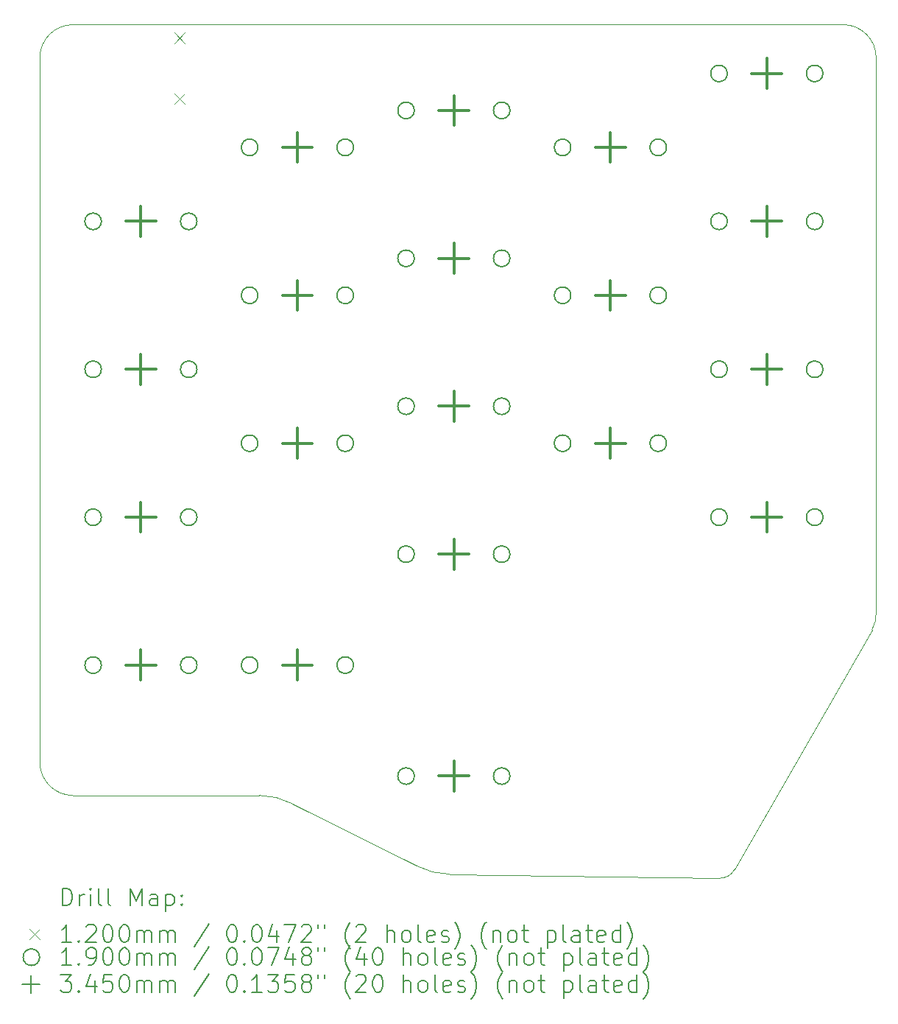
<source format=gbr>
%TF.GenerationSoftware,KiCad,Pcbnew,7.0.9-7.0.9~ubuntu22.04.1*%
%TF.CreationDate,2025-04-09T21:57:12+03:00*%
%TF.ProjectId,Keeb,4b656562-2e6b-4696-9361-645f70636258,rev?*%
%TF.SameCoordinates,Original*%
%TF.FileFunction,Drillmap*%
%TF.FilePolarity,Positive*%
%FSLAX45Y45*%
G04 Gerber Fmt 4.5, Leading zero omitted, Abs format (unit mm)*
G04 Created by KiCad (PCBNEW 7.0.9-7.0.9~ubuntu22.04.1) date 2025-04-09 21:57:12*
%MOMM*%
%LPD*%
G01*
G04 APERTURE LIST*
%ADD10C,0.050000*%
%ADD11C,0.200000*%
%ADD12C,0.120000*%
%ADD13C,0.190000*%
%ADD14C,0.345000*%
G04 APERTURE END LIST*
D10*
X13165124Y-12324546D02*
G75*
G03*
X12784125Y-12229294I-381004J-714374D01*
G01*
X10260000Y-3752044D02*
X10260000Y-11848294D01*
X19880250Y-10133794D02*
X19880250Y-3752044D01*
X13165125Y-12324544D02*
X14593875Y-13038919D01*
X10641000Y-3371044D02*
G75*
G03*
X10260000Y-3752044I0J-381000D01*
G01*
X18070500Y-13181796D02*
G75*
G03*
X18250944Y-13081516I8120J197876D01*
G01*
X14593876Y-13038918D02*
G75*
G03*
X14974875Y-13134169I381004J714378D01*
G01*
X19499250Y-3371044D02*
X10641000Y-3371044D01*
X19832623Y-10324293D02*
G75*
G03*
X19880250Y-10133794I-357183J190503D01*
G01*
X18250944Y-13081516D02*
X19832625Y-10324294D01*
X19880246Y-3752044D02*
G75*
G03*
X19499250Y-3371044I-380996J4D01*
G01*
X18070500Y-13181794D02*
X14974875Y-13134169D01*
X10259996Y-11848294D02*
G75*
G03*
X10641000Y-12229294I381004J4D01*
G01*
X12784125Y-12229294D02*
X10641000Y-12229294D01*
D11*
D12*
X11807500Y-3464294D02*
X11927500Y-3584294D01*
X11927500Y-3464294D02*
X11807500Y-3584294D01*
X11807500Y-4164294D02*
X11927500Y-4284294D01*
X11927500Y-4164294D02*
X11807500Y-4284294D01*
D13*
X10967500Y-5631794D02*
G75*
G03*
X10967500Y-5631794I-95000J0D01*
G01*
X10967500Y-7331794D02*
G75*
G03*
X10967500Y-7331794I-95000J0D01*
G01*
X10967500Y-9031794D02*
G75*
G03*
X10967500Y-9031794I-95000J0D01*
G01*
X10967500Y-10731794D02*
G75*
G03*
X10967500Y-10731794I-95000J0D01*
G01*
X12067500Y-5631794D02*
G75*
G03*
X12067500Y-5631794I-95000J0D01*
G01*
X12067500Y-7331794D02*
G75*
G03*
X12067500Y-7331794I-95000J0D01*
G01*
X12067500Y-9031794D02*
G75*
G03*
X12067500Y-9031794I-95000J0D01*
G01*
X12067500Y-10731794D02*
G75*
G03*
X12067500Y-10731794I-95000J0D01*
G01*
X12767500Y-4781794D02*
G75*
G03*
X12767500Y-4781794I-95000J0D01*
G01*
X12767500Y-6481794D02*
G75*
G03*
X12767500Y-6481794I-95000J0D01*
G01*
X12767500Y-8181794D02*
G75*
G03*
X12767500Y-8181794I-95000J0D01*
G01*
X12767500Y-10731794D02*
G75*
G03*
X12767500Y-10731794I-95000J0D01*
G01*
X13867500Y-4781794D02*
G75*
G03*
X13867500Y-4781794I-95000J0D01*
G01*
X13867500Y-6481794D02*
G75*
G03*
X13867500Y-6481794I-95000J0D01*
G01*
X13867500Y-8181794D02*
G75*
G03*
X13867500Y-8181794I-95000J0D01*
G01*
X13867500Y-10731794D02*
G75*
G03*
X13867500Y-10731794I-95000J0D01*
G01*
X14567500Y-4356794D02*
G75*
G03*
X14567500Y-4356794I-95000J0D01*
G01*
X14567500Y-6056794D02*
G75*
G03*
X14567500Y-6056794I-95000J0D01*
G01*
X14567500Y-7756794D02*
G75*
G03*
X14567500Y-7756794I-95000J0D01*
G01*
X14567500Y-9456794D02*
G75*
G03*
X14567500Y-9456794I-95000J0D01*
G01*
X14567500Y-12006794D02*
G75*
G03*
X14567500Y-12006794I-95000J0D01*
G01*
X15667500Y-4356794D02*
G75*
G03*
X15667500Y-4356794I-95000J0D01*
G01*
X15667500Y-6056794D02*
G75*
G03*
X15667500Y-6056794I-95000J0D01*
G01*
X15667500Y-7756794D02*
G75*
G03*
X15667500Y-7756794I-95000J0D01*
G01*
X15667500Y-9456794D02*
G75*
G03*
X15667500Y-9456794I-95000J0D01*
G01*
X15667500Y-12006794D02*
G75*
G03*
X15667500Y-12006794I-95000J0D01*
G01*
X16367500Y-4781794D02*
G75*
G03*
X16367500Y-4781794I-95000J0D01*
G01*
X16367500Y-6481794D02*
G75*
G03*
X16367500Y-6481794I-95000J0D01*
G01*
X16367500Y-8181794D02*
G75*
G03*
X16367500Y-8181794I-95000J0D01*
G01*
X17467500Y-4781794D02*
G75*
G03*
X17467500Y-4781794I-95000J0D01*
G01*
X17467500Y-6481794D02*
G75*
G03*
X17467500Y-6481794I-95000J0D01*
G01*
X17467500Y-8181794D02*
G75*
G03*
X17467500Y-8181794I-95000J0D01*
G01*
X18167500Y-3931794D02*
G75*
G03*
X18167500Y-3931794I-95000J0D01*
G01*
X18167500Y-5631794D02*
G75*
G03*
X18167500Y-5631794I-95000J0D01*
G01*
X18167500Y-7331794D02*
G75*
G03*
X18167500Y-7331794I-95000J0D01*
G01*
X18167500Y-9031794D02*
G75*
G03*
X18167500Y-9031794I-95000J0D01*
G01*
X19267500Y-3931794D02*
G75*
G03*
X19267500Y-3931794I-95000J0D01*
G01*
X19267500Y-5631794D02*
G75*
G03*
X19267500Y-5631794I-95000J0D01*
G01*
X19267500Y-7331794D02*
G75*
G03*
X19267500Y-7331794I-95000J0D01*
G01*
X19267500Y-9031794D02*
G75*
G03*
X19267500Y-9031794I-95000J0D01*
G01*
D14*
X11422500Y-5459294D02*
X11422500Y-5804294D01*
X11250000Y-5631794D02*
X11595000Y-5631794D01*
X11422500Y-7159294D02*
X11422500Y-7504294D01*
X11250000Y-7331794D02*
X11595000Y-7331794D01*
X11422500Y-8859294D02*
X11422500Y-9204294D01*
X11250000Y-9031794D02*
X11595000Y-9031794D01*
X11422500Y-10559294D02*
X11422500Y-10904294D01*
X11250000Y-10731794D02*
X11595000Y-10731794D01*
X13222500Y-4609294D02*
X13222500Y-4954294D01*
X13050000Y-4781794D02*
X13395000Y-4781794D01*
X13222500Y-6309294D02*
X13222500Y-6654294D01*
X13050000Y-6481794D02*
X13395000Y-6481794D01*
X13222500Y-8009294D02*
X13222500Y-8354294D01*
X13050000Y-8181794D02*
X13395000Y-8181794D01*
X13222500Y-10559294D02*
X13222500Y-10904294D01*
X13050000Y-10731794D02*
X13395000Y-10731794D01*
X15022500Y-4184294D02*
X15022500Y-4529294D01*
X14850000Y-4356794D02*
X15195000Y-4356794D01*
X15022500Y-5884294D02*
X15022500Y-6229294D01*
X14850000Y-6056794D02*
X15195000Y-6056794D01*
X15022500Y-7584294D02*
X15022500Y-7929294D01*
X14850000Y-7756794D02*
X15195000Y-7756794D01*
X15022500Y-9284294D02*
X15022500Y-9629294D01*
X14850000Y-9456794D02*
X15195000Y-9456794D01*
X15022500Y-11834294D02*
X15022500Y-12179294D01*
X14850000Y-12006794D02*
X15195000Y-12006794D01*
X16822500Y-4609294D02*
X16822500Y-4954294D01*
X16650000Y-4781794D02*
X16995000Y-4781794D01*
X16822500Y-6309294D02*
X16822500Y-6654294D01*
X16650000Y-6481794D02*
X16995000Y-6481794D01*
X16822500Y-8009294D02*
X16822500Y-8354294D01*
X16650000Y-8181794D02*
X16995000Y-8181794D01*
X18622500Y-3759294D02*
X18622500Y-4104294D01*
X18450000Y-3931794D02*
X18795000Y-3931794D01*
X18622500Y-5459294D02*
X18622500Y-5804294D01*
X18450000Y-5631794D02*
X18795000Y-5631794D01*
X18622500Y-7159294D02*
X18622500Y-7504294D01*
X18450000Y-7331794D02*
X18795000Y-7331794D01*
X18622500Y-8859294D02*
X18622500Y-9204294D01*
X18450000Y-9031794D02*
X18795000Y-9031794D01*
D11*
X10518277Y-13495946D02*
X10518277Y-13295946D01*
X10518277Y-13295946D02*
X10565896Y-13295946D01*
X10565896Y-13295946D02*
X10594467Y-13305470D01*
X10594467Y-13305470D02*
X10613515Y-13324517D01*
X10613515Y-13324517D02*
X10623039Y-13343565D01*
X10623039Y-13343565D02*
X10632563Y-13381660D01*
X10632563Y-13381660D02*
X10632563Y-13410232D01*
X10632563Y-13410232D02*
X10623039Y-13448327D01*
X10623039Y-13448327D02*
X10613515Y-13467374D01*
X10613515Y-13467374D02*
X10594467Y-13486422D01*
X10594467Y-13486422D02*
X10565896Y-13495946D01*
X10565896Y-13495946D02*
X10518277Y-13495946D01*
X10718277Y-13495946D02*
X10718277Y-13362613D01*
X10718277Y-13400708D02*
X10727801Y-13381660D01*
X10727801Y-13381660D02*
X10737324Y-13372136D01*
X10737324Y-13372136D02*
X10756372Y-13362613D01*
X10756372Y-13362613D02*
X10775420Y-13362613D01*
X10842086Y-13495946D02*
X10842086Y-13362613D01*
X10842086Y-13295946D02*
X10832563Y-13305470D01*
X10832563Y-13305470D02*
X10842086Y-13314994D01*
X10842086Y-13314994D02*
X10851610Y-13305470D01*
X10851610Y-13305470D02*
X10842086Y-13295946D01*
X10842086Y-13295946D02*
X10842086Y-13314994D01*
X10965896Y-13495946D02*
X10946848Y-13486422D01*
X10946848Y-13486422D02*
X10937324Y-13467374D01*
X10937324Y-13467374D02*
X10937324Y-13295946D01*
X11070658Y-13495946D02*
X11051610Y-13486422D01*
X11051610Y-13486422D02*
X11042086Y-13467374D01*
X11042086Y-13467374D02*
X11042086Y-13295946D01*
X11299229Y-13495946D02*
X11299229Y-13295946D01*
X11299229Y-13295946D02*
X11365896Y-13438803D01*
X11365896Y-13438803D02*
X11432562Y-13295946D01*
X11432562Y-13295946D02*
X11432562Y-13495946D01*
X11613515Y-13495946D02*
X11613515Y-13391184D01*
X11613515Y-13391184D02*
X11603991Y-13372136D01*
X11603991Y-13372136D02*
X11584943Y-13362613D01*
X11584943Y-13362613D02*
X11546848Y-13362613D01*
X11546848Y-13362613D02*
X11527801Y-13372136D01*
X11613515Y-13486422D02*
X11594467Y-13495946D01*
X11594467Y-13495946D02*
X11546848Y-13495946D01*
X11546848Y-13495946D02*
X11527801Y-13486422D01*
X11527801Y-13486422D02*
X11518277Y-13467374D01*
X11518277Y-13467374D02*
X11518277Y-13448327D01*
X11518277Y-13448327D02*
X11527801Y-13429279D01*
X11527801Y-13429279D02*
X11546848Y-13419755D01*
X11546848Y-13419755D02*
X11594467Y-13419755D01*
X11594467Y-13419755D02*
X11613515Y-13410232D01*
X11708753Y-13362613D02*
X11708753Y-13562613D01*
X11708753Y-13372136D02*
X11727801Y-13362613D01*
X11727801Y-13362613D02*
X11765896Y-13362613D01*
X11765896Y-13362613D02*
X11784943Y-13372136D01*
X11784943Y-13372136D02*
X11794467Y-13381660D01*
X11794467Y-13381660D02*
X11803991Y-13400708D01*
X11803991Y-13400708D02*
X11803991Y-13457851D01*
X11803991Y-13457851D02*
X11794467Y-13476898D01*
X11794467Y-13476898D02*
X11784943Y-13486422D01*
X11784943Y-13486422D02*
X11765896Y-13495946D01*
X11765896Y-13495946D02*
X11727801Y-13495946D01*
X11727801Y-13495946D02*
X11708753Y-13486422D01*
X11889705Y-13476898D02*
X11899229Y-13486422D01*
X11899229Y-13486422D02*
X11889705Y-13495946D01*
X11889705Y-13495946D02*
X11880182Y-13486422D01*
X11880182Y-13486422D02*
X11889705Y-13476898D01*
X11889705Y-13476898D02*
X11889705Y-13495946D01*
X11889705Y-13372136D02*
X11899229Y-13381660D01*
X11899229Y-13381660D02*
X11889705Y-13391184D01*
X11889705Y-13391184D02*
X11880182Y-13381660D01*
X11880182Y-13381660D02*
X11889705Y-13372136D01*
X11889705Y-13372136D02*
X11889705Y-13391184D01*
D12*
X10137500Y-13764462D02*
X10257500Y-13884462D01*
X10257500Y-13764462D02*
X10137500Y-13884462D01*
D11*
X10623039Y-13915946D02*
X10508753Y-13915946D01*
X10565896Y-13915946D02*
X10565896Y-13715946D01*
X10565896Y-13715946D02*
X10546848Y-13744517D01*
X10546848Y-13744517D02*
X10527801Y-13763565D01*
X10527801Y-13763565D02*
X10508753Y-13773089D01*
X10708753Y-13896898D02*
X10718277Y-13906422D01*
X10718277Y-13906422D02*
X10708753Y-13915946D01*
X10708753Y-13915946D02*
X10699229Y-13906422D01*
X10699229Y-13906422D02*
X10708753Y-13896898D01*
X10708753Y-13896898D02*
X10708753Y-13915946D01*
X10794467Y-13734994D02*
X10803991Y-13725470D01*
X10803991Y-13725470D02*
X10823039Y-13715946D01*
X10823039Y-13715946D02*
X10870658Y-13715946D01*
X10870658Y-13715946D02*
X10889705Y-13725470D01*
X10889705Y-13725470D02*
X10899229Y-13734994D01*
X10899229Y-13734994D02*
X10908753Y-13754041D01*
X10908753Y-13754041D02*
X10908753Y-13773089D01*
X10908753Y-13773089D02*
X10899229Y-13801660D01*
X10899229Y-13801660D02*
X10784944Y-13915946D01*
X10784944Y-13915946D02*
X10908753Y-13915946D01*
X11032563Y-13715946D02*
X11051610Y-13715946D01*
X11051610Y-13715946D02*
X11070658Y-13725470D01*
X11070658Y-13725470D02*
X11080182Y-13734994D01*
X11080182Y-13734994D02*
X11089705Y-13754041D01*
X11089705Y-13754041D02*
X11099229Y-13792136D01*
X11099229Y-13792136D02*
X11099229Y-13839755D01*
X11099229Y-13839755D02*
X11089705Y-13877851D01*
X11089705Y-13877851D02*
X11080182Y-13896898D01*
X11080182Y-13896898D02*
X11070658Y-13906422D01*
X11070658Y-13906422D02*
X11051610Y-13915946D01*
X11051610Y-13915946D02*
X11032563Y-13915946D01*
X11032563Y-13915946D02*
X11013515Y-13906422D01*
X11013515Y-13906422D02*
X11003991Y-13896898D01*
X11003991Y-13896898D02*
X10994467Y-13877851D01*
X10994467Y-13877851D02*
X10984944Y-13839755D01*
X10984944Y-13839755D02*
X10984944Y-13792136D01*
X10984944Y-13792136D02*
X10994467Y-13754041D01*
X10994467Y-13754041D02*
X11003991Y-13734994D01*
X11003991Y-13734994D02*
X11013515Y-13725470D01*
X11013515Y-13725470D02*
X11032563Y-13715946D01*
X11223039Y-13715946D02*
X11242086Y-13715946D01*
X11242086Y-13715946D02*
X11261134Y-13725470D01*
X11261134Y-13725470D02*
X11270658Y-13734994D01*
X11270658Y-13734994D02*
X11280182Y-13754041D01*
X11280182Y-13754041D02*
X11289705Y-13792136D01*
X11289705Y-13792136D02*
X11289705Y-13839755D01*
X11289705Y-13839755D02*
X11280182Y-13877851D01*
X11280182Y-13877851D02*
X11270658Y-13896898D01*
X11270658Y-13896898D02*
X11261134Y-13906422D01*
X11261134Y-13906422D02*
X11242086Y-13915946D01*
X11242086Y-13915946D02*
X11223039Y-13915946D01*
X11223039Y-13915946D02*
X11203991Y-13906422D01*
X11203991Y-13906422D02*
X11194467Y-13896898D01*
X11194467Y-13896898D02*
X11184943Y-13877851D01*
X11184943Y-13877851D02*
X11175420Y-13839755D01*
X11175420Y-13839755D02*
X11175420Y-13792136D01*
X11175420Y-13792136D02*
X11184943Y-13754041D01*
X11184943Y-13754041D02*
X11194467Y-13734994D01*
X11194467Y-13734994D02*
X11203991Y-13725470D01*
X11203991Y-13725470D02*
X11223039Y-13715946D01*
X11375420Y-13915946D02*
X11375420Y-13782613D01*
X11375420Y-13801660D02*
X11384943Y-13792136D01*
X11384943Y-13792136D02*
X11403991Y-13782613D01*
X11403991Y-13782613D02*
X11432563Y-13782613D01*
X11432563Y-13782613D02*
X11451610Y-13792136D01*
X11451610Y-13792136D02*
X11461134Y-13811184D01*
X11461134Y-13811184D02*
X11461134Y-13915946D01*
X11461134Y-13811184D02*
X11470658Y-13792136D01*
X11470658Y-13792136D02*
X11489705Y-13782613D01*
X11489705Y-13782613D02*
X11518277Y-13782613D01*
X11518277Y-13782613D02*
X11537324Y-13792136D01*
X11537324Y-13792136D02*
X11546848Y-13811184D01*
X11546848Y-13811184D02*
X11546848Y-13915946D01*
X11642086Y-13915946D02*
X11642086Y-13782613D01*
X11642086Y-13801660D02*
X11651610Y-13792136D01*
X11651610Y-13792136D02*
X11670658Y-13782613D01*
X11670658Y-13782613D02*
X11699229Y-13782613D01*
X11699229Y-13782613D02*
X11718277Y-13792136D01*
X11718277Y-13792136D02*
X11727801Y-13811184D01*
X11727801Y-13811184D02*
X11727801Y-13915946D01*
X11727801Y-13811184D02*
X11737324Y-13792136D01*
X11737324Y-13792136D02*
X11756372Y-13782613D01*
X11756372Y-13782613D02*
X11784943Y-13782613D01*
X11784943Y-13782613D02*
X11803991Y-13792136D01*
X11803991Y-13792136D02*
X11813515Y-13811184D01*
X11813515Y-13811184D02*
X11813515Y-13915946D01*
X12203991Y-13706422D02*
X12032563Y-13963565D01*
X12461134Y-13715946D02*
X12480182Y-13715946D01*
X12480182Y-13715946D02*
X12499229Y-13725470D01*
X12499229Y-13725470D02*
X12508753Y-13734994D01*
X12508753Y-13734994D02*
X12518277Y-13754041D01*
X12518277Y-13754041D02*
X12527801Y-13792136D01*
X12527801Y-13792136D02*
X12527801Y-13839755D01*
X12527801Y-13839755D02*
X12518277Y-13877851D01*
X12518277Y-13877851D02*
X12508753Y-13896898D01*
X12508753Y-13896898D02*
X12499229Y-13906422D01*
X12499229Y-13906422D02*
X12480182Y-13915946D01*
X12480182Y-13915946D02*
X12461134Y-13915946D01*
X12461134Y-13915946D02*
X12442086Y-13906422D01*
X12442086Y-13906422D02*
X12432563Y-13896898D01*
X12432563Y-13896898D02*
X12423039Y-13877851D01*
X12423039Y-13877851D02*
X12413515Y-13839755D01*
X12413515Y-13839755D02*
X12413515Y-13792136D01*
X12413515Y-13792136D02*
X12423039Y-13754041D01*
X12423039Y-13754041D02*
X12432563Y-13734994D01*
X12432563Y-13734994D02*
X12442086Y-13725470D01*
X12442086Y-13725470D02*
X12461134Y-13715946D01*
X12613515Y-13896898D02*
X12623039Y-13906422D01*
X12623039Y-13906422D02*
X12613515Y-13915946D01*
X12613515Y-13915946D02*
X12603991Y-13906422D01*
X12603991Y-13906422D02*
X12613515Y-13896898D01*
X12613515Y-13896898D02*
X12613515Y-13915946D01*
X12746848Y-13715946D02*
X12765896Y-13715946D01*
X12765896Y-13715946D02*
X12784944Y-13725470D01*
X12784944Y-13725470D02*
X12794467Y-13734994D01*
X12794467Y-13734994D02*
X12803991Y-13754041D01*
X12803991Y-13754041D02*
X12813515Y-13792136D01*
X12813515Y-13792136D02*
X12813515Y-13839755D01*
X12813515Y-13839755D02*
X12803991Y-13877851D01*
X12803991Y-13877851D02*
X12794467Y-13896898D01*
X12794467Y-13896898D02*
X12784944Y-13906422D01*
X12784944Y-13906422D02*
X12765896Y-13915946D01*
X12765896Y-13915946D02*
X12746848Y-13915946D01*
X12746848Y-13915946D02*
X12727801Y-13906422D01*
X12727801Y-13906422D02*
X12718277Y-13896898D01*
X12718277Y-13896898D02*
X12708753Y-13877851D01*
X12708753Y-13877851D02*
X12699229Y-13839755D01*
X12699229Y-13839755D02*
X12699229Y-13792136D01*
X12699229Y-13792136D02*
X12708753Y-13754041D01*
X12708753Y-13754041D02*
X12718277Y-13734994D01*
X12718277Y-13734994D02*
X12727801Y-13725470D01*
X12727801Y-13725470D02*
X12746848Y-13715946D01*
X12984944Y-13782613D02*
X12984944Y-13915946D01*
X12937325Y-13706422D02*
X12889706Y-13849279D01*
X12889706Y-13849279D02*
X13013515Y-13849279D01*
X13070658Y-13715946D02*
X13203991Y-13715946D01*
X13203991Y-13715946D02*
X13118277Y-13915946D01*
X13270658Y-13734994D02*
X13280182Y-13725470D01*
X13280182Y-13725470D02*
X13299229Y-13715946D01*
X13299229Y-13715946D02*
X13346848Y-13715946D01*
X13346848Y-13715946D02*
X13365896Y-13725470D01*
X13365896Y-13725470D02*
X13375420Y-13734994D01*
X13375420Y-13734994D02*
X13384944Y-13754041D01*
X13384944Y-13754041D02*
X13384944Y-13773089D01*
X13384944Y-13773089D02*
X13375420Y-13801660D01*
X13375420Y-13801660D02*
X13261134Y-13915946D01*
X13261134Y-13915946D02*
X13384944Y-13915946D01*
X13461134Y-13715946D02*
X13461134Y-13754041D01*
X13537325Y-13715946D02*
X13537325Y-13754041D01*
X13832563Y-13992136D02*
X13823039Y-13982613D01*
X13823039Y-13982613D02*
X13803991Y-13954041D01*
X13803991Y-13954041D02*
X13794468Y-13934994D01*
X13794468Y-13934994D02*
X13784944Y-13906422D01*
X13784944Y-13906422D02*
X13775420Y-13858803D01*
X13775420Y-13858803D02*
X13775420Y-13820708D01*
X13775420Y-13820708D02*
X13784944Y-13773089D01*
X13784944Y-13773089D02*
X13794468Y-13744517D01*
X13794468Y-13744517D02*
X13803991Y-13725470D01*
X13803991Y-13725470D02*
X13823039Y-13696898D01*
X13823039Y-13696898D02*
X13832563Y-13687374D01*
X13899229Y-13734994D02*
X13908753Y-13725470D01*
X13908753Y-13725470D02*
X13927801Y-13715946D01*
X13927801Y-13715946D02*
X13975420Y-13715946D01*
X13975420Y-13715946D02*
X13994468Y-13725470D01*
X13994468Y-13725470D02*
X14003991Y-13734994D01*
X14003991Y-13734994D02*
X14013515Y-13754041D01*
X14013515Y-13754041D02*
X14013515Y-13773089D01*
X14013515Y-13773089D02*
X14003991Y-13801660D01*
X14003991Y-13801660D02*
X13889706Y-13915946D01*
X13889706Y-13915946D02*
X14013515Y-13915946D01*
X14251610Y-13915946D02*
X14251610Y-13715946D01*
X14337325Y-13915946D02*
X14337325Y-13811184D01*
X14337325Y-13811184D02*
X14327801Y-13792136D01*
X14327801Y-13792136D02*
X14308753Y-13782613D01*
X14308753Y-13782613D02*
X14280182Y-13782613D01*
X14280182Y-13782613D02*
X14261134Y-13792136D01*
X14261134Y-13792136D02*
X14251610Y-13801660D01*
X14461134Y-13915946D02*
X14442087Y-13906422D01*
X14442087Y-13906422D02*
X14432563Y-13896898D01*
X14432563Y-13896898D02*
X14423039Y-13877851D01*
X14423039Y-13877851D02*
X14423039Y-13820708D01*
X14423039Y-13820708D02*
X14432563Y-13801660D01*
X14432563Y-13801660D02*
X14442087Y-13792136D01*
X14442087Y-13792136D02*
X14461134Y-13782613D01*
X14461134Y-13782613D02*
X14489706Y-13782613D01*
X14489706Y-13782613D02*
X14508753Y-13792136D01*
X14508753Y-13792136D02*
X14518277Y-13801660D01*
X14518277Y-13801660D02*
X14527801Y-13820708D01*
X14527801Y-13820708D02*
X14527801Y-13877851D01*
X14527801Y-13877851D02*
X14518277Y-13896898D01*
X14518277Y-13896898D02*
X14508753Y-13906422D01*
X14508753Y-13906422D02*
X14489706Y-13915946D01*
X14489706Y-13915946D02*
X14461134Y-13915946D01*
X14642087Y-13915946D02*
X14623039Y-13906422D01*
X14623039Y-13906422D02*
X14613515Y-13887374D01*
X14613515Y-13887374D02*
X14613515Y-13715946D01*
X14794468Y-13906422D02*
X14775420Y-13915946D01*
X14775420Y-13915946D02*
X14737325Y-13915946D01*
X14737325Y-13915946D02*
X14718277Y-13906422D01*
X14718277Y-13906422D02*
X14708753Y-13887374D01*
X14708753Y-13887374D02*
X14708753Y-13811184D01*
X14708753Y-13811184D02*
X14718277Y-13792136D01*
X14718277Y-13792136D02*
X14737325Y-13782613D01*
X14737325Y-13782613D02*
X14775420Y-13782613D01*
X14775420Y-13782613D02*
X14794468Y-13792136D01*
X14794468Y-13792136D02*
X14803991Y-13811184D01*
X14803991Y-13811184D02*
X14803991Y-13830232D01*
X14803991Y-13830232D02*
X14708753Y-13849279D01*
X14880182Y-13906422D02*
X14899230Y-13915946D01*
X14899230Y-13915946D02*
X14937325Y-13915946D01*
X14937325Y-13915946D02*
X14956372Y-13906422D01*
X14956372Y-13906422D02*
X14965896Y-13887374D01*
X14965896Y-13887374D02*
X14965896Y-13877851D01*
X14965896Y-13877851D02*
X14956372Y-13858803D01*
X14956372Y-13858803D02*
X14937325Y-13849279D01*
X14937325Y-13849279D02*
X14908753Y-13849279D01*
X14908753Y-13849279D02*
X14889706Y-13839755D01*
X14889706Y-13839755D02*
X14880182Y-13820708D01*
X14880182Y-13820708D02*
X14880182Y-13811184D01*
X14880182Y-13811184D02*
X14889706Y-13792136D01*
X14889706Y-13792136D02*
X14908753Y-13782613D01*
X14908753Y-13782613D02*
X14937325Y-13782613D01*
X14937325Y-13782613D02*
X14956372Y-13792136D01*
X15032563Y-13992136D02*
X15042087Y-13982613D01*
X15042087Y-13982613D02*
X15061134Y-13954041D01*
X15061134Y-13954041D02*
X15070658Y-13934994D01*
X15070658Y-13934994D02*
X15080182Y-13906422D01*
X15080182Y-13906422D02*
X15089706Y-13858803D01*
X15089706Y-13858803D02*
X15089706Y-13820708D01*
X15089706Y-13820708D02*
X15080182Y-13773089D01*
X15080182Y-13773089D02*
X15070658Y-13744517D01*
X15070658Y-13744517D02*
X15061134Y-13725470D01*
X15061134Y-13725470D02*
X15042087Y-13696898D01*
X15042087Y-13696898D02*
X15032563Y-13687374D01*
X15394468Y-13992136D02*
X15384944Y-13982613D01*
X15384944Y-13982613D02*
X15365896Y-13954041D01*
X15365896Y-13954041D02*
X15356372Y-13934994D01*
X15356372Y-13934994D02*
X15346849Y-13906422D01*
X15346849Y-13906422D02*
X15337325Y-13858803D01*
X15337325Y-13858803D02*
X15337325Y-13820708D01*
X15337325Y-13820708D02*
X15346849Y-13773089D01*
X15346849Y-13773089D02*
X15356372Y-13744517D01*
X15356372Y-13744517D02*
X15365896Y-13725470D01*
X15365896Y-13725470D02*
X15384944Y-13696898D01*
X15384944Y-13696898D02*
X15394468Y-13687374D01*
X15470658Y-13782613D02*
X15470658Y-13915946D01*
X15470658Y-13801660D02*
X15480182Y-13792136D01*
X15480182Y-13792136D02*
X15499230Y-13782613D01*
X15499230Y-13782613D02*
X15527801Y-13782613D01*
X15527801Y-13782613D02*
X15546849Y-13792136D01*
X15546849Y-13792136D02*
X15556372Y-13811184D01*
X15556372Y-13811184D02*
X15556372Y-13915946D01*
X15680182Y-13915946D02*
X15661134Y-13906422D01*
X15661134Y-13906422D02*
X15651611Y-13896898D01*
X15651611Y-13896898D02*
X15642087Y-13877851D01*
X15642087Y-13877851D02*
X15642087Y-13820708D01*
X15642087Y-13820708D02*
X15651611Y-13801660D01*
X15651611Y-13801660D02*
X15661134Y-13792136D01*
X15661134Y-13792136D02*
X15680182Y-13782613D01*
X15680182Y-13782613D02*
X15708753Y-13782613D01*
X15708753Y-13782613D02*
X15727801Y-13792136D01*
X15727801Y-13792136D02*
X15737325Y-13801660D01*
X15737325Y-13801660D02*
X15746849Y-13820708D01*
X15746849Y-13820708D02*
X15746849Y-13877851D01*
X15746849Y-13877851D02*
X15737325Y-13896898D01*
X15737325Y-13896898D02*
X15727801Y-13906422D01*
X15727801Y-13906422D02*
X15708753Y-13915946D01*
X15708753Y-13915946D02*
X15680182Y-13915946D01*
X15803992Y-13782613D02*
X15880182Y-13782613D01*
X15832563Y-13715946D02*
X15832563Y-13887374D01*
X15832563Y-13887374D02*
X15842087Y-13906422D01*
X15842087Y-13906422D02*
X15861134Y-13915946D01*
X15861134Y-13915946D02*
X15880182Y-13915946D01*
X16099230Y-13782613D02*
X16099230Y-13982613D01*
X16099230Y-13792136D02*
X16118277Y-13782613D01*
X16118277Y-13782613D02*
X16156373Y-13782613D01*
X16156373Y-13782613D02*
X16175420Y-13792136D01*
X16175420Y-13792136D02*
X16184944Y-13801660D01*
X16184944Y-13801660D02*
X16194468Y-13820708D01*
X16194468Y-13820708D02*
X16194468Y-13877851D01*
X16194468Y-13877851D02*
X16184944Y-13896898D01*
X16184944Y-13896898D02*
X16175420Y-13906422D01*
X16175420Y-13906422D02*
X16156373Y-13915946D01*
X16156373Y-13915946D02*
X16118277Y-13915946D01*
X16118277Y-13915946D02*
X16099230Y-13906422D01*
X16308753Y-13915946D02*
X16289706Y-13906422D01*
X16289706Y-13906422D02*
X16280182Y-13887374D01*
X16280182Y-13887374D02*
X16280182Y-13715946D01*
X16470658Y-13915946D02*
X16470658Y-13811184D01*
X16470658Y-13811184D02*
X16461134Y-13792136D01*
X16461134Y-13792136D02*
X16442087Y-13782613D01*
X16442087Y-13782613D02*
X16403992Y-13782613D01*
X16403992Y-13782613D02*
X16384944Y-13792136D01*
X16470658Y-13906422D02*
X16451611Y-13915946D01*
X16451611Y-13915946D02*
X16403992Y-13915946D01*
X16403992Y-13915946D02*
X16384944Y-13906422D01*
X16384944Y-13906422D02*
X16375420Y-13887374D01*
X16375420Y-13887374D02*
X16375420Y-13868327D01*
X16375420Y-13868327D02*
X16384944Y-13849279D01*
X16384944Y-13849279D02*
X16403992Y-13839755D01*
X16403992Y-13839755D02*
X16451611Y-13839755D01*
X16451611Y-13839755D02*
X16470658Y-13830232D01*
X16537325Y-13782613D02*
X16613515Y-13782613D01*
X16565896Y-13715946D02*
X16565896Y-13887374D01*
X16565896Y-13887374D02*
X16575420Y-13906422D01*
X16575420Y-13906422D02*
X16594468Y-13915946D01*
X16594468Y-13915946D02*
X16613515Y-13915946D01*
X16756373Y-13906422D02*
X16737325Y-13915946D01*
X16737325Y-13915946D02*
X16699230Y-13915946D01*
X16699230Y-13915946D02*
X16680182Y-13906422D01*
X16680182Y-13906422D02*
X16670658Y-13887374D01*
X16670658Y-13887374D02*
X16670658Y-13811184D01*
X16670658Y-13811184D02*
X16680182Y-13792136D01*
X16680182Y-13792136D02*
X16699230Y-13782613D01*
X16699230Y-13782613D02*
X16737325Y-13782613D01*
X16737325Y-13782613D02*
X16756373Y-13792136D01*
X16756373Y-13792136D02*
X16765896Y-13811184D01*
X16765896Y-13811184D02*
X16765896Y-13830232D01*
X16765896Y-13830232D02*
X16670658Y-13849279D01*
X16937325Y-13915946D02*
X16937325Y-13715946D01*
X16937325Y-13906422D02*
X16918277Y-13915946D01*
X16918277Y-13915946D02*
X16880182Y-13915946D01*
X16880182Y-13915946D02*
X16861135Y-13906422D01*
X16861135Y-13906422D02*
X16851611Y-13896898D01*
X16851611Y-13896898D02*
X16842087Y-13877851D01*
X16842087Y-13877851D02*
X16842087Y-13820708D01*
X16842087Y-13820708D02*
X16851611Y-13801660D01*
X16851611Y-13801660D02*
X16861135Y-13792136D01*
X16861135Y-13792136D02*
X16880182Y-13782613D01*
X16880182Y-13782613D02*
X16918277Y-13782613D01*
X16918277Y-13782613D02*
X16937325Y-13792136D01*
X17013516Y-13992136D02*
X17023039Y-13982613D01*
X17023039Y-13982613D02*
X17042087Y-13954041D01*
X17042087Y-13954041D02*
X17051611Y-13934994D01*
X17051611Y-13934994D02*
X17061135Y-13906422D01*
X17061135Y-13906422D02*
X17070658Y-13858803D01*
X17070658Y-13858803D02*
X17070658Y-13820708D01*
X17070658Y-13820708D02*
X17061135Y-13773089D01*
X17061135Y-13773089D02*
X17051611Y-13744517D01*
X17051611Y-13744517D02*
X17042087Y-13725470D01*
X17042087Y-13725470D02*
X17023039Y-13696898D01*
X17023039Y-13696898D02*
X17013516Y-13687374D01*
D13*
X10257500Y-14088462D02*
G75*
G03*
X10257500Y-14088462I-95000J0D01*
G01*
D11*
X10623039Y-14179946D02*
X10508753Y-14179946D01*
X10565896Y-14179946D02*
X10565896Y-13979946D01*
X10565896Y-13979946D02*
X10546848Y-14008517D01*
X10546848Y-14008517D02*
X10527801Y-14027565D01*
X10527801Y-14027565D02*
X10508753Y-14037089D01*
X10708753Y-14160898D02*
X10718277Y-14170422D01*
X10718277Y-14170422D02*
X10708753Y-14179946D01*
X10708753Y-14179946D02*
X10699229Y-14170422D01*
X10699229Y-14170422D02*
X10708753Y-14160898D01*
X10708753Y-14160898D02*
X10708753Y-14179946D01*
X10813515Y-14179946D02*
X10851610Y-14179946D01*
X10851610Y-14179946D02*
X10870658Y-14170422D01*
X10870658Y-14170422D02*
X10880182Y-14160898D01*
X10880182Y-14160898D02*
X10899229Y-14132327D01*
X10899229Y-14132327D02*
X10908753Y-14094232D01*
X10908753Y-14094232D02*
X10908753Y-14018041D01*
X10908753Y-14018041D02*
X10899229Y-13998994D01*
X10899229Y-13998994D02*
X10889705Y-13989470D01*
X10889705Y-13989470D02*
X10870658Y-13979946D01*
X10870658Y-13979946D02*
X10832563Y-13979946D01*
X10832563Y-13979946D02*
X10813515Y-13989470D01*
X10813515Y-13989470D02*
X10803991Y-13998994D01*
X10803991Y-13998994D02*
X10794467Y-14018041D01*
X10794467Y-14018041D02*
X10794467Y-14065660D01*
X10794467Y-14065660D02*
X10803991Y-14084708D01*
X10803991Y-14084708D02*
X10813515Y-14094232D01*
X10813515Y-14094232D02*
X10832563Y-14103755D01*
X10832563Y-14103755D02*
X10870658Y-14103755D01*
X10870658Y-14103755D02*
X10889705Y-14094232D01*
X10889705Y-14094232D02*
X10899229Y-14084708D01*
X10899229Y-14084708D02*
X10908753Y-14065660D01*
X11032563Y-13979946D02*
X11051610Y-13979946D01*
X11051610Y-13979946D02*
X11070658Y-13989470D01*
X11070658Y-13989470D02*
X11080182Y-13998994D01*
X11080182Y-13998994D02*
X11089705Y-14018041D01*
X11089705Y-14018041D02*
X11099229Y-14056136D01*
X11099229Y-14056136D02*
X11099229Y-14103755D01*
X11099229Y-14103755D02*
X11089705Y-14141851D01*
X11089705Y-14141851D02*
X11080182Y-14160898D01*
X11080182Y-14160898D02*
X11070658Y-14170422D01*
X11070658Y-14170422D02*
X11051610Y-14179946D01*
X11051610Y-14179946D02*
X11032563Y-14179946D01*
X11032563Y-14179946D02*
X11013515Y-14170422D01*
X11013515Y-14170422D02*
X11003991Y-14160898D01*
X11003991Y-14160898D02*
X10994467Y-14141851D01*
X10994467Y-14141851D02*
X10984944Y-14103755D01*
X10984944Y-14103755D02*
X10984944Y-14056136D01*
X10984944Y-14056136D02*
X10994467Y-14018041D01*
X10994467Y-14018041D02*
X11003991Y-13998994D01*
X11003991Y-13998994D02*
X11013515Y-13989470D01*
X11013515Y-13989470D02*
X11032563Y-13979946D01*
X11223039Y-13979946D02*
X11242086Y-13979946D01*
X11242086Y-13979946D02*
X11261134Y-13989470D01*
X11261134Y-13989470D02*
X11270658Y-13998994D01*
X11270658Y-13998994D02*
X11280182Y-14018041D01*
X11280182Y-14018041D02*
X11289705Y-14056136D01*
X11289705Y-14056136D02*
X11289705Y-14103755D01*
X11289705Y-14103755D02*
X11280182Y-14141851D01*
X11280182Y-14141851D02*
X11270658Y-14160898D01*
X11270658Y-14160898D02*
X11261134Y-14170422D01*
X11261134Y-14170422D02*
X11242086Y-14179946D01*
X11242086Y-14179946D02*
X11223039Y-14179946D01*
X11223039Y-14179946D02*
X11203991Y-14170422D01*
X11203991Y-14170422D02*
X11194467Y-14160898D01*
X11194467Y-14160898D02*
X11184943Y-14141851D01*
X11184943Y-14141851D02*
X11175420Y-14103755D01*
X11175420Y-14103755D02*
X11175420Y-14056136D01*
X11175420Y-14056136D02*
X11184943Y-14018041D01*
X11184943Y-14018041D02*
X11194467Y-13998994D01*
X11194467Y-13998994D02*
X11203991Y-13989470D01*
X11203991Y-13989470D02*
X11223039Y-13979946D01*
X11375420Y-14179946D02*
X11375420Y-14046613D01*
X11375420Y-14065660D02*
X11384943Y-14056136D01*
X11384943Y-14056136D02*
X11403991Y-14046613D01*
X11403991Y-14046613D02*
X11432563Y-14046613D01*
X11432563Y-14046613D02*
X11451610Y-14056136D01*
X11451610Y-14056136D02*
X11461134Y-14075184D01*
X11461134Y-14075184D02*
X11461134Y-14179946D01*
X11461134Y-14075184D02*
X11470658Y-14056136D01*
X11470658Y-14056136D02*
X11489705Y-14046613D01*
X11489705Y-14046613D02*
X11518277Y-14046613D01*
X11518277Y-14046613D02*
X11537324Y-14056136D01*
X11537324Y-14056136D02*
X11546848Y-14075184D01*
X11546848Y-14075184D02*
X11546848Y-14179946D01*
X11642086Y-14179946D02*
X11642086Y-14046613D01*
X11642086Y-14065660D02*
X11651610Y-14056136D01*
X11651610Y-14056136D02*
X11670658Y-14046613D01*
X11670658Y-14046613D02*
X11699229Y-14046613D01*
X11699229Y-14046613D02*
X11718277Y-14056136D01*
X11718277Y-14056136D02*
X11727801Y-14075184D01*
X11727801Y-14075184D02*
X11727801Y-14179946D01*
X11727801Y-14075184D02*
X11737324Y-14056136D01*
X11737324Y-14056136D02*
X11756372Y-14046613D01*
X11756372Y-14046613D02*
X11784943Y-14046613D01*
X11784943Y-14046613D02*
X11803991Y-14056136D01*
X11803991Y-14056136D02*
X11813515Y-14075184D01*
X11813515Y-14075184D02*
X11813515Y-14179946D01*
X12203991Y-13970422D02*
X12032563Y-14227565D01*
X12461134Y-13979946D02*
X12480182Y-13979946D01*
X12480182Y-13979946D02*
X12499229Y-13989470D01*
X12499229Y-13989470D02*
X12508753Y-13998994D01*
X12508753Y-13998994D02*
X12518277Y-14018041D01*
X12518277Y-14018041D02*
X12527801Y-14056136D01*
X12527801Y-14056136D02*
X12527801Y-14103755D01*
X12527801Y-14103755D02*
X12518277Y-14141851D01*
X12518277Y-14141851D02*
X12508753Y-14160898D01*
X12508753Y-14160898D02*
X12499229Y-14170422D01*
X12499229Y-14170422D02*
X12480182Y-14179946D01*
X12480182Y-14179946D02*
X12461134Y-14179946D01*
X12461134Y-14179946D02*
X12442086Y-14170422D01*
X12442086Y-14170422D02*
X12432563Y-14160898D01*
X12432563Y-14160898D02*
X12423039Y-14141851D01*
X12423039Y-14141851D02*
X12413515Y-14103755D01*
X12413515Y-14103755D02*
X12413515Y-14056136D01*
X12413515Y-14056136D02*
X12423039Y-14018041D01*
X12423039Y-14018041D02*
X12432563Y-13998994D01*
X12432563Y-13998994D02*
X12442086Y-13989470D01*
X12442086Y-13989470D02*
X12461134Y-13979946D01*
X12613515Y-14160898D02*
X12623039Y-14170422D01*
X12623039Y-14170422D02*
X12613515Y-14179946D01*
X12613515Y-14179946D02*
X12603991Y-14170422D01*
X12603991Y-14170422D02*
X12613515Y-14160898D01*
X12613515Y-14160898D02*
X12613515Y-14179946D01*
X12746848Y-13979946D02*
X12765896Y-13979946D01*
X12765896Y-13979946D02*
X12784944Y-13989470D01*
X12784944Y-13989470D02*
X12794467Y-13998994D01*
X12794467Y-13998994D02*
X12803991Y-14018041D01*
X12803991Y-14018041D02*
X12813515Y-14056136D01*
X12813515Y-14056136D02*
X12813515Y-14103755D01*
X12813515Y-14103755D02*
X12803991Y-14141851D01*
X12803991Y-14141851D02*
X12794467Y-14160898D01*
X12794467Y-14160898D02*
X12784944Y-14170422D01*
X12784944Y-14170422D02*
X12765896Y-14179946D01*
X12765896Y-14179946D02*
X12746848Y-14179946D01*
X12746848Y-14179946D02*
X12727801Y-14170422D01*
X12727801Y-14170422D02*
X12718277Y-14160898D01*
X12718277Y-14160898D02*
X12708753Y-14141851D01*
X12708753Y-14141851D02*
X12699229Y-14103755D01*
X12699229Y-14103755D02*
X12699229Y-14056136D01*
X12699229Y-14056136D02*
X12708753Y-14018041D01*
X12708753Y-14018041D02*
X12718277Y-13998994D01*
X12718277Y-13998994D02*
X12727801Y-13989470D01*
X12727801Y-13989470D02*
X12746848Y-13979946D01*
X12880182Y-13979946D02*
X13013515Y-13979946D01*
X13013515Y-13979946D02*
X12927801Y-14179946D01*
X13175420Y-14046613D02*
X13175420Y-14179946D01*
X13127801Y-13970422D02*
X13080182Y-14113279D01*
X13080182Y-14113279D02*
X13203991Y-14113279D01*
X13308753Y-14065660D02*
X13289706Y-14056136D01*
X13289706Y-14056136D02*
X13280182Y-14046613D01*
X13280182Y-14046613D02*
X13270658Y-14027565D01*
X13270658Y-14027565D02*
X13270658Y-14018041D01*
X13270658Y-14018041D02*
X13280182Y-13998994D01*
X13280182Y-13998994D02*
X13289706Y-13989470D01*
X13289706Y-13989470D02*
X13308753Y-13979946D01*
X13308753Y-13979946D02*
X13346848Y-13979946D01*
X13346848Y-13979946D02*
X13365896Y-13989470D01*
X13365896Y-13989470D02*
X13375420Y-13998994D01*
X13375420Y-13998994D02*
X13384944Y-14018041D01*
X13384944Y-14018041D02*
X13384944Y-14027565D01*
X13384944Y-14027565D02*
X13375420Y-14046613D01*
X13375420Y-14046613D02*
X13365896Y-14056136D01*
X13365896Y-14056136D02*
X13346848Y-14065660D01*
X13346848Y-14065660D02*
X13308753Y-14065660D01*
X13308753Y-14065660D02*
X13289706Y-14075184D01*
X13289706Y-14075184D02*
X13280182Y-14084708D01*
X13280182Y-14084708D02*
X13270658Y-14103755D01*
X13270658Y-14103755D02*
X13270658Y-14141851D01*
X13270658Y-14141851D02*
X13280182Y-14160898D01*
X13280182Y-14160898D02*
X13289706Y-14170422D01*
X13289706Y-14170422D02*
X13308753Y-14179946D01*
X13308753Y-14179946D02*
X13346848Y-14179946D01*
X13346848Y-14179946D02*
X13365896Y-14170422D01*
X13365896Y-14170422D02*
X13375420Y-14160898D01*
X13375420Y-14160898D02*
X13384944Y-14141851D01*
X13384944Y-14141851D02*
X13384944Y-14103755D01*
X13384944Y-14103755D02*
X13375420Y-14084708D01*
X13375420Y-14084708D02*
X13365896Y-14075184D01*
X13365896Y-14075184D02*
X13346848Y-14065660D01*
X13461134Y-13979946D02*
X13461134Y-14018041D01*
X13537325Y-13979946D02*
X13537325Y-14018041D01*
X13832563Y-14256136D02*
X13823039Y-14246613D01*
X13823039Y-14246613D02*
X13803991Y-14218041D01*
X13803991Y-14218041D02*
X13794468Y-14198994D01*
X13794468Y-14198994D02*
X13784944Y-14170422D01*
X13784944Y-14170422D02*
X13775420Y-14122803D01*
X13775420Y-14122803D02*
X13775420Y-14084708D01*
X13775420Y-14084708D02*
X13784944Y-14037089D01*
X13784944Y-14037089D02*
X13794468Y-14008517D01*
X13794468Y-14008517D02*
X13803991Y-13989470D01*
X13803991Y-13989470D02*
X13823039Y-13960898D01*
X13823039Y-13960898D02*
X13832563Y-13951374D01*
X13994468Y-14046613D02*
X13994468Y-14179946D01*
X13946848Y-13970422D02*
X13899229Y-14113279D01*
X13899229Y-14113279D02*
X14023039Y-14113279D01*
X14137325Y-13979946D02*
X14156372Y-13979946D01*
X14156372Y-13979946D02*
X14175420Y-13989470D01*
X14175420Y-13989470D02*
X14184944Y-13998994D01*
X14184944Y-13998994D02*
X14194468Y-14018041D01*
X14194468Y-14018041D02*
X14203991Y-14056136D01*
X14203991Y-14056136D02*
X14203991Y-14103755D01*
X14203991Y-14103755D02*
X14194468Y-14141851D01*
X14194468Y-14141851D02*
X14184944Y-14160898D01*
X14184944Y-14160898D02*
X14175420Y-14170422D01*
X14175420Y-14170422D02*
X14156372Y-14179946D01*
X14156372Y-14179946D02*
X14137325Y-14179946D01*
X14137325Y-14179946D02*
X14118277Y-14170422D01*
X14118277Y-14170422D02*
X14108753Y-14160898D01*
X14108753Y-14160898D02*
X14099229Y-14141851D01*
X14099229Y-14141851D02*
X14089706Y-14103755D01*
X14089706Y-14103755D02*
X14089706Y-14056136D01*
X14089706Y-14056136D02*
X14099229Y-14018041D01*
X14099229Y-14018041D02*
X14108753Y-13998994D01*
X14108753Y-13998994D02*
X14118277Y-13989470D01*
X14118277Y-13989470D02*
X14137325Y-13979946D01*
X14442087Y-14179946D02*
X14442087Y-13979946D01*
X14527801Y-14179946D02*
X14527801Y-14075184D01*
X14527801Y-14075184D02*
X14518277Y-14056136D01*
X14518277Y-14056136D02*
X14499230Y-14046613D01*
X14499230Y-14046613D02*
X14470658Y-14046613D01*
X14470658Y-14046613D02*
X14451610Y-14056136D01*
X14451610Y-14056136D02*
X14442087Y-14065660D01*
X14651610Y-14179946D02*
X14632563Y-14170422D01*
X14632563Y-14170422D02*
X14623039Y-14160898D01*
X14623039Y-14160898D02*
X14613515Y-14141851D01*
X14613515Y-14141851D02*
X14613515Y-14084708D01*
X14613515Y-14084708D02*
X14623039Y-14065660D01*
X14623039Y-14065660D02*
X14632563Y-14056136D01*
X14632563Y-14056136D02*
X14651610Y-14046613D01*
X14651610Y-14046613D02*
X14680182Y-14046613D01*
X14680182Y-14046613D02*
X14699230Y-14056136D01*
X14699230Y-14056136D02*
X14708753Y-14065660D01*
X14708753Y-14065660D02*
X14718277Y-14084708D01*
X14718277Y-14084708D02*
X14718277Y-14141851D01*
X14718277Y-14141851D02*
X14708753Y-14160898D01*
X14708753Y-14160898D02*
X14699230Y-14170422D01*
X14699230Y-14170422D02*
X14680182Y-14179946D01*
X14680182Y-14179946D02*
X14651610Y-14179946D01*
X14832563Y-14179946D02*
X14813515Y-14170422D01*
X14813515Y-14170422D02*
X14803991Y-14151374D01*
X14803991Y-14151374D02*
X14803991Y-13979946D01*
X14984944Y-14170422D02*
X14965896Y-14179946D01*
X14965896Y-14179946D02*
X14927801Y-14179946D01*
X14927801Y-14179946D02*
X14908753Y-14170422D01*
X14908753Y-14170422D02*
X14899230Y-14151374D01*
X14899230Y-14151374D02*
X14899230Y-14075184D01*
X14899230Y-14075184D02*
X14908753Y-14056136D01*
X14908753Y-14056136D02*
X14927801Y-14046613D01*
X14927801Y-14046613D02*
X14965896Y-14046613D01*
X14965896Y-14046613D02*
X14984944Y-14056136D01*
X14984944Y-14056136D02*
X14994468Y-14075184D01*
X14994468Y-14075184D02*
X14994468Y-14094232D01*
X14994468Y-14094232D02*
X14899230Y-14113279D01*
X15070658Y-14170422D02*
X15089706Y-14179946D01*
X15089706Y-14179946D02*
X15127801Y-14179946D01*
X15127801Y-14179946D02*
X15146849Y-14170422D01*
X15146849Y-14170422D02*
X15156372Y-14151374D01*
X15156372Y-14151374D02*
X15156372Y-14141851D01*
X15156372Y-14141851D02*
X15146849Y-14122803D01*
X15146849Y-14122803D02*
X15127801Y-14113279D01*
X15127801Y-14113279D02*
X15099230Y-14113279D01*
X15099230Y-14113279D02*
X15080182Y-14103755D01*
X15080182Y-14103755D02*
X15070658Y-14084708D01*
X15070658Y-14084708D02*
X15070658Y-14075184D01*
X15070658Y-14075184D02*
X15080182Y-14056136D01*
X15080182Y-14056136D02*
X15099230Y-14046613D01*
X15099230Y-14046613D02*
X15127801Y-14046613D01*
X15127801Y-14046613D02*
X15146849Y-14056136D01*
X15223039Y-14256136D02*
X15232563Y-14246613D01*
X15232563Y-14246613D02*
X15251611Y-14218041D01*
X15251611Y-14218041D02*
X15261134Y-14198994D01*
X15261134Y-14198994D02*
X15270658Y-14170422D01*
X15270658Y-14170422D02*
X15280182Y-14122803D01*
X15280182Y-14122803D02*
X15280182Y-14084708D01*
X15280182Y-14084708D02*
X15270658Y-14037089D01*
X15270658Y-14037089D02*
X15261134Y-14008517D01*
X15261134Y-14008517D02*
X15251611Y-13989470D01*
X15251611Y-13989470D02*
X15232563Y-13960898D01*
X15232563Y-13960898D02*
X15223039Y-13951374D01*
X15584944Y-14256136D02*
X15575420Y-14246613D01*
X15575420Y-14246613D02*
X15556372Y-14218041D01*
X15556372Y-14218041D02*
X15546849Y-14198994D01*
X15546849Y-14198994D02*
X15537325Y-14170422D01*
X15537325Y-14170422D02*
X15527801Y-14122803D01*
X15527801Y-14122803D02*
X15527801Y-14084708D01*
X15527801Y-14084708D02*
X15537325Y-14037089D01*
X15537325Y-14037089D02*
X15546849Y-14008517D01*
X15546849Y-14008517D02*
X15556372Y-13989470D01*
X15556372Y-13989470D02*
X15575420Y-13960898D01*
X15575420Y-13960898D02*
X15584944Y-13951374D01*
X15661134Y-14046613D02*
X15661134Y-14179946D01*
X15661134Y-14065660D02*
X15670658Y-14056136D01*
X15670658Y-14056136D02*
X15689706Y-14046613D01*
X15689706Y-14046613D02*
X15718277Y-14046613D01*
X15718277Y-14046613D02*
X15737325Y-14056136D01*
X15737325Y-14056136D02*
X15746849Y-14075184D01*
X15746849Y-14075184D02*
X15746849Y-14179946D01*
X15870658Y-14179946D02*
X15851611Y-14170422D01*
X15851611Y-14170422D02*
X15842087Y-14160898D01*
X15842087Y-14160898D02*
X15832563Y-14141851D01*
X15832563Y-14141851D02*
X15832563Y-14084708D01*
X15832563Y-14084708D02*
X15842087Y-14065660D01*
X15842087Y-14065660D02*
X15851611Y-14056136D01*
X15851611Y-14056136D02*
X15870658Y-14046613D01*
X15870658Y-14046613D02*
X15899230Y-14046613D01*
X15899230Y-14046613D02*
X15918277Y-14056136D01*
X15918277Y-14056136D02*
X15927801Y-14065660D01*
X15927801Y-14065660D02*
X15937325Y-14084708D01*
X15937325Y-14084708D02*
X15937325Y-14141851D01*
X15937325Y-14141851D02*
X15927801Y-14160898D01*
X15927801Y-14160898D02*
X15918277Y-14170422D01*
X15918277Y-14170422D02*
X15899230Y-14179946D01*
X15899230Y-14179946D02*
X15870658Y-14179946D01*
X15994468Y-14046613D02*
X16070658Y-14046613D01*
X16023039Y-13979946D02*
X16023039Y-14151374D01*
X16023039Y-14151374D02*
X16032563Y-14170422D01*
X16032563Y-14170422D02*
X16051611Y-14179946D01*
X16051611Y-14179946D02*
X16070658Y-14179946D01*
X16289706Y-14046613D02*
X16289706Y-14246613D01*
X16289706Y-14056136D02*
X16308753Y-14046613D01*
X16308753Y-14046613D02*
X16346849Y-14046613D01*
X16346849Y-14046613D02*
X16365896Y-14056136D01*
X16365896Y-14056136D02*
X16375420Y-14065660D01*
X16375420Y-14065660D02*
X16384944Y-14084708D01*
X16384944Y-14084708D02*
X16384944Y-14141851D01*
X16384944Y-14141851D02*
X16375420Y-14160898D01*
X16375420Y-14160898D02*
X16365896Y-14170422D01*
X16365896Y-14170422D02*
X16346849Y-14179946D01*
X16346849Y-14179946D02*
X16308753Y-14179946D01*
X16308753Y-14179946D02*
X16289706Y-14170422D01*
X16499230Y-14179946D02*
X16480182Y-14170422D01*
X16480182Y-14170422D02*
X16470658Y-14151374D01*
X16470658Y-14151374D02*
X16470658Y-13979946D01*
X16661134Y-14179946D02*
X16661134Y-14075184D01*
X16661134Y-14075184D02*
X16651611Y-14056136D01*
X16651611Y-14056136D02*
X16632563Y-14046613D01*
X16632563Y-14046613D02*
X16594468Y-14046613D01*
X16594468Y-14046613D02*
X16575420Y-14056136D01*
X16661134Y-14170422D02*
X16642087Y-14179946D01*
X16642087Y-14179946D02*
X16594468Y-14179946D01*
X16594468Y-14179946D02*
X16575420Y-14170422D01*
X16575420Y-14170422D02*
X16565896Y-14151374D01*
X16565896Y-14151374D02*
X16565896Y-14132327D01*
X16565896Y-14132327D02*
X16575420Y-14113279D01*
X16575420Y-14113279D02*
X16594468Y-14103755D01*
X16594468Y-14103755D02*
X16642087Y-14103755D01*
X16642087Y-14103755D02*
X16661134Y-14094232D01*
X16727801Y-14046613D02*
X16803992Y-14046613D01*
X16756373Y-13979946D02*
X16756373Y-14151374D01*
X16756373Y-14151374D02*
X16765896Y-14170422D01*
X16765896Y-14170422D02*
X16784944Y-14179946D01*
X16784944Y-14179946D02*
X16803992Y-14179946D01*
X16946849Y-14170422D02*
X16927801Y-14179946D01*
X16927801Y-14179946D02*
X16889706Y-14179946D01*
X16889706Y-14179946D02*
X16870658Y-14170422D01*
X16870658Y-14170422D02*
X16861135Y-14151374D01*
X16861135Y-14151374D02*
X16861135Y-14075184D01*
X16861135Y-14075184D02*
X16870658Y-14056136D01*
X16870658Y-14056136D02*
X16889706Y-14046613D01*
X16889706Y-14046613D02*
X16927801Y-14046613D01*
X16927801Y-14046613D02*
X16946849Y-14056136D01*
X16946849Y-14056136D02*
X16956373Y-14075184D01*
X16956373Y-14075184D02*
X16956373Y-14094232D01*
X16956373Y-14094232D02*
X16861135Y-14113279D01*
X17127801Y-14179946D02*
X17127801Y-13979946D01*
X17127801Y-14170422D02*
X17108754Y-14179946D01*
X17108754Y-14179946D02*
X17070658Y-14179946D01*
X17070658Y-14179946D02*
X17051611Y-14170422D01*
X17051611Y-14170422D02*
X17042087Y-14160898D01*
X17042087Y-14160898D02*
X17032563Y-14141851D01*
X17032563Y-14141851D02*
X17032563Y-14084708D01*
X17032563Y-14084708D02*
X17042087Y-14065660D01*
X17042087Y-14065660D02*
X17051611Y-14056136D01*
X17051611Y-14056136D02*
X17070658Y-14046613D01*
X17070658Y-14046613D02*
X17108754Y-14046613D01*
X17108754Y-14046613D02*
X17127801Y-14056136D01*
X17203992Y-14256136D02*
X17213516Y-14246613D01*
X17213516Y-14246613D02*
X17232563Y-14218041D01*
X17232563Y-14218041D02*
X17242087Y-14198994D01*
X17242087Y-14198994D02*
X17251611Y-14170422D01*
X17251611Y-14170422D02*
X17261135Y-14122803D01*
X17261135Y-14122803D02*
X17261135Y-14084708D01*
X17261135Y-14084708D02*
X17251611Y-14037089D01*
X17251611Y-14037089D02*
X17242087Y-14008517D01*
X17242087Y-14008517D02*
X17232563Y-13989470D01*
X17232563Y-13989470D02*
X17213516Y-13960898D01*
X17213516Y-13960898D02*
X17203992Y-13951374D01*
X10157500Y-14298462D02*
X10157500Y-14498462D01*
X10057500Y-14398462D02*
X10257500Y-14398462D01*
X10499229Y-14289946D02*
X10623039Y-14289946D01*
X10623039Y-14289946D02*
X10556372Y-14366136D01*
X10556372Y-14366136D02*
X10584944Y-14366136D01*
X10584944Y-14366136D02*
X10603991Y-14375660D01*
X10603991Y-14375660D02*
X10613515Y-14385184D01*
X10613515Y-14385184D02*
X10623039Y-14404232D01*
X10623039Y-14404232D02*
X10623039Y-14451851D01*
X10623039Y-14451851D02*
X10613515Y-14470898D01*
X10613515Y-14470898D02*
X10603991Y-14480422D01*
X10603991Y-14480422D02*
X10584944Y-14489946D01*
X10584944Y-14489946D02*
X10527801Y-14489946D01*
X10527801Y-14489946D02*
X10508753Y-14480422D01*
X10508753Y-14480422D02*
X10499229Y-14470898D01*
X10708753Y-14470898D02*
X10718277Y-14480422D01*
X10718277Y-14480422D02*
X10708753Y-14489946D01*
X10708753Y-14489946D02*
X10699229Y-14480422D01*
X10699229Y-14480422D02*
X10708753Y-14470898D01*
X10708753Y-14470898D02*
X10708753Y-14489946D01*
X10889705Y-14356613D02*
X10889705Y-14489946D01*
X10842086Y-14280422D02*
X10794467Y-14423279D01*
X10794467Y-14423279D02*
X10918277Y-14423279D01*
X11089705Y-14289946D02*
X10994467Y-14289946D01*
X10994467Y-14289946D02*
X10984944Y-14385184D01*
X10984944Y-14385184D02*
X10994467Y-14375660D01*
X10994467Y-14375660D02*
X11013515Y-14366136D01*
X11013515Y-14366136D02*
X11061134Y-14366136D01*
X11061134Y-14366136D02*
X11080182Y-14375660D01*
X11080182Y-14375660D02*
X11089705Y-14385184D01*
X11089705Y-14385184D02*
X11099229Y-14404232D01*
X11099229Y-14404232D02*
X11099229Y-14451851D01*
X11099229Y-14451851D02*
X11089705Y-14470898D01*
X11089705Y-14470898D02*
X11080182Y-14480422D01*
X11080182Y-14480422D02*
X11061134Y-14489946D01*
X11061134Y-14489946D02*
X11013515Y-14489946D01*
X11013515Y-14489946D02*
X10994467Y-14480422D01*
X10994467Y-14480422D02*
X10984944Y-14470898D01*
X11223039Y-14289946D02*
X11242086Y-14289946D01*
X11242086Y-14289946D02*
X11261134Y-14299470D01*
X11261134Y-14299470D02*
X11270658Y-14308994D01*
X11270658Y-14308994D02*
X11280182Y-14328041D01*
X11280182Y-14328041D02*
X11289705Y-14366136D01*
X11289705Y-14366136D02*
X11289705Y-14413755D01*
X11289705Y-14413755D02*
X11280182Y-14451851D01*
X11280182Y-14451851D02*
X11270658Y-14470898D01*
X11270658Y-14470898D02*
X11261134Y-14480422D01*
X11261134Y-14480422D02*
X11242086Y-14489946D01*
X11242086Y-14489946D02*
X11223039Y-14489946D01*
X11223039Y-14489946D02*
X11203991Y-14480422D01*
X11203991Y-14480422D02*
X11194467Y-14470898D01*
X11194467Y-14470898D02*
X11184943Y-14451851D01*
X11184943Y-14451851D02*
X11175420Y-14413755D01*
X11175420Y-14413755D02*
X11175420Y-14366136D01*
X11175420Y-14366136D02*
X11184943Y-14328041D01*
X11184943Y-14328041D02*
X11194467Y-14308994D01*
X11194467Y-14308994D02*
X11203991Y-14299470D01*
X11203991Y-14299470D02*
X11223039Y-14289946D01*
X11375420Y-14489946D02*
X11375420Y-14356613D01*
X11375420Y-14375660D02*
X11384943Y-14366136D01*
X11384943Y-14366136D02*
X11403991Y-14356613D01*
X11403991Y-14356613D02*
X11432563Y-14356613D01*
X11432563Y-14356613D02*
X11451610Y-14366136D01*
X11451610Y-14366136D02*
X11461134Y-14385184D01*
X11461134Y-14385184D02*
X11461134Y-14489946D01*
X11461134Y-14385184D02*
X11470658Y-14366136D01*
X11470658Y-14366136D02*
X11489705Y-14356613D01*
X11489705Y-14356613D02*
X11518277Y-14356613D01*
X11518277Y-14356613D02*
X11537324Y-14366136D01*
X11537324Y-14366136D02*
X11546848Y-14385184D01*
X11546848Y-14385184D02*
X11546848Y-14489946D01*
X11642086Y-14489946D02*
X11642086Y-14356613D01*
X11642086Y-14375660D02*
X11651610Y-14366136D01*
X11651610Y-14366136D02*
X11670658Y-14356613D01*
X11670658Y-14356613D02*
X11699229Y-14356613D01*
X11699229Y-14356613D02*
X11718277Y-14366136D01*
X11718277Y-14366136D02*
X11727801Y-14385184D01*
X11727801Y-14385184D02*
X11727801Y-14489946D01*
X11727801Y-14385184D02*
X11737324Y-14366136D01*
X11737324Y-14366136D02*
X11756372Y-14356613D01*
X11756372Y-14356613D02*
X11784943Y-14356613D01*
X11784943Y-14356613D02*
X11803991Y-14366136D01*
X11803991Y-14366136D02*
X11813515Y-14385184D01*
X11813515Y-14385184D02*
X11813515Y-14489946D01*
X12203991Y-14280422D02*
X12032563Y-14537565D01*
X12461134Y-14289946D02*
X12480182Y-14289946D01*
X12480182Y-14289946D02*
X12499229Y-14299470D01*
X12499229Y-14299470D02*
X12508753Y-14308994D01*
X12508753Y-14308994D02*
X12518277Y-14328041D01*
X12518277Y-14328041D02*
X12527801Y-14366136D01*
X12527801Y-14366136D02*
X12527801Y-14413755D01*
X12527801Y-14413755D02*
X12518277Y-14451851D01*
X12518277Y-14451851D02*
X12508753Y-14470898D01*
X12508753Y-14470898D02*
X12499229Y-14480422D01*
X12499229Y-14480422D02*
X12480182Y-14489946D01*
X12480182Y-14489946D02*
X12461134Y-14489946D01*
X12461134Y-14489946D02*
X12442086Y-14480422D01*
X12442086Y-14480422D02*
X12432563Y-14470898D01*
X12432563Y-14470898D02*
X12423039Y-14451851D01*
X12423039Y-14451851D02*
X12413515Y-14413755D01*
X12413515Y-14413755D02*
X12413515Y-14366136D01*
X12413515Y-14366136D02*
X12423039Y-14328041D01*
X12423039Y-14328041D02*
X12432563Y-14308994D01*
X12432563Y-14308994D02*
X12442086Y-14299470D01*
X12442086Y-14299470D02*
X12461134Y-14289946D01*
X12613515Y-14470898D02*
X12623039Y-14480422D01*
X12623039Y-14480422D02*
X12613515Y-14489946D01*
X12613515Y-14489946D02*
X12603991Y-14480422D01*
X12603991Y-14480422D02*
X12613515Y-14470898D01*
X12613515Y-14470898D02*
X12613515Y-14489946D01*
X12813515Y-14489946D02*
X12699229Y-14489946D01*
X12756372Y-14489946D02*
X12756372Y-14289946D01*
X12756372Y-14289946D02*
X12737325Y-14318517D01*
X12737325Y-14318517D02*
X12718277Y-14337565D01*
X12718277Y-14337565D02*
X12699229Y-14347089D01*
X12880182Y-14289946D02*
X13003991Y-14289946D01*
X13003991Y-14289946D02*
X12937325Y-14366136D01*
X12937325Y-14366136D02*
X12965896Y-14366136D01*
X12965896Y-14366136D02*
X12984944Y-14375660D01*
X12984944Y-14375660D02*
X12994467Y-14385184D01*
X12994467Y-14385184D02*
X13003991Y-14404232D01*
X13003991Y-14404232D02*
X13003991Y-14451851D01*
X13003991Y-14451851D02*
X12994467Y-14470898D01*
X12994467Y-14470898D02*
X12984944Y-14480422D01*
X12984944Y-14480422D02*
X12965896Y-14489946D01*
X12965896Y-14489946D02*
X12908753Y-14489946D01*
X12908753Y-14489946D02*
X12889706Y-14480422D01*
X12889706Y-14480422D02*
X12880182Y-14470898D01*
X13184944Y-14289946D02*
X13089706Y-14289946D01*
X13089706Y-14289946D02*
X13080182Y-14385184D01*
X13080182Y-14385184D02*
X13089706Y-14375660D01*
X13089706Y-14375660D02*
X13108753Y-14366136D01*
X13108753Y-14366136D02*
X13156372Y-14366136D01*
X13156372Y-14366136D02*
X13175420Y-14375660D01*
X13175420Y-14375660D02*
X13184944Y-14385184D01*
X13184944Y-14385184D02*
X13194467Y-14404232D01*
X13194467Y-14404232D02*
X13194467Y-14451851D01*
X13194467Y-14451851D02*
X13184944Y-14470898D01*
X13184944Y-14470898D02*
X13175420Y-14480422D01*
X13175420Y-14480422D02*
X13156372Y-14489946D01*
X13156372Y-14489946D02*
X13108753Y-14489946D01*
X13108753Y-14489946D02*
X13089706Y-14480422D01*
X13089706Y-14480422D02*
X13080182Y-14470898D01*
X13308753Y-14375660D02*
X13289706Y-14366136D01*
X13289706Y-14366136D02*
X13280182Y-14356613D01*
X13280182Y-14356613D02*
X13270658Y-14337565D01*
X13270658Y-14337565D02*
X13270658Y-14328041D01*
X13270658Y-14328041D02*
X13280182Y-14308994D01*
X13280182Y-14308994D02*
X13289706Y-14299470D01*
X13289706Y-14299470D02*
X13308753Y-14289946D01*
X13308753Y-14289946D02*
X13346848Y-14289946D01*
X13346848Y-14289946D02*
X13365896Y-14299470D01*
X13365896Y-14299470D02*
X13375420Y-14308994D01*
X13375420Y-14308994D02*
X13384944Y-14328041D01*
X13384944Y-14328041D02*
X13384944Y-14337565D01*
X13384944Y-14337565D02*
X13375420Y-14356613D01*
X13375420Y-14356613D02*
X13365896Y-14366136D01*
X13365896Y-14366136D02*
X13346848Y-14375660D01*
X13346848Y-14375660D02*
X13308753Y-14375660D01*
X13308753Y-14375660D02*
X13289706Y-14385184D01*
X13289706Y-14385184D02*
X13280182Y-14394708D01*
X13280182Y-14394708D02*
X13270658Y-14413755D01*
X13270658Y-14413755D02*
X13270658Y-14451851D01*
X13270658Y-14451851D02*
X13280182Y-14470898D01*
X13280182Y-14470898D02*
X13289706Y-14480422D01*
X13289706Y-14480422D02*
X13308753Y-14489946D01*
X13308753Y-14489946D02*
X13346848Y-14489946D01*
X13346848Y-14489946D02*
X13365896Y-14480422D01*
X13365896Y-14480422D02*
X13375420Y-14470898D01*
X13375420Y-14470898D02*
X13384944Y-14451851D01*
X13384944Y-14451851D02*
X13384944Y-14413755D01*
X13384944Y-14413755D02*
X13375420Y-14394708D01*
X13375420Y-14394708D02*
X13365896Y-14385184D01*
X13365896Y-14385184D02*
X13346848Y-14375660D01*
X13461134Y-14289946D02*
X13461134Y-14328041D01*
X13537325Y-14289946D02*
X13537325Y-14328041D01*
X13832563Y-14566136D02*
X13823039Y-14556613D01*
X13823039Y-14556613D02*
X13803991Y-14528041D01*
X13803991Y-14528041D02*
X13794468Y-14508994D01*
X13794468Y-14508994D02*
X13784944Y-14480422D01*
X13784944Y-14480422D02*
X13775420Y-14432803D01*
X13775420Y-14432803D02*
X13775420Y-14394708D01*
X13775420Y-14394708D02*
X13784944Y-14347089D01*
X13784944Y-14347089D02*
X13794468Y-14318517D01*
X13794468Y-14318517D02*
X13803991Y-14299470D01*
X13803991Y-14299470D02*
X13823039Y-14270898D01*
X13823039Y-14270898D02*
X13832563Y-14261374D01*
X13899229Y-14308994D02*
X13908753Y-14299470D01*
X13908753Y-14299470D02*
X13927801Y-14289946D01*
X13927801Y-14289946D02*
X13975420Y-14289946D01*
X13975420Y-14289946D02*
X13994468Y-14299470D01*
X13994468Y-14299470D02*
X14003991Y-14308994D01*
X14003991Y-14308994D02*
X14013515Y-14328041D01*
X14013515Y-14328041D02*
X14013515Y-14347089D01*
X14013515Y-14347089D02*
X14003991Y-14375660D01*
X14003991Y-14375660D02*
X13889706Y-14489946D01*
X13889706Y-14489946D02*
X14013515Y-14489946D01*
X14137325Y-14289946D02*
X14156372Y-14289946D01*
X14156372Y-14289946D02*
X14175420Y-14299470D01*
X14175420Y-14299470D02*
X14184944Y-14308994D01*
X14184944Y-14308994D02*
X14194468Y-14328041D01*
X14194468Y-14328041D02*
X14203991Y-14366136D01*
X14203991Y-14366136D02*
X14203991Y-14413755D01*
X14203991Y-14413755D02*
X14194468Y-14451851D01*
X14194468Y-14451851D02*
X14184944Y-14470898D01*
X14184944Y-14470898D02*
X14175420Y-14480422D01*
X14175420Y-14480422D02*
X14156372Y-14489946D01*
X14156372Y-14489946D02*
X14137325Y-14489946D01*
X14137325Y-14489946D02*
X14118277Y-14480422D01*
X14118277Y-14480422D02*
X14108753Y-14470898D01*
X14108753Y-14470898D02*
X14099229Y-14451851D01*
X14099229Y-14451851D02*
X14089706Y-14413755D01*
X14089706Y-14413755D02*
X14089706Y-14366136D01*
X14089706Y-14366136D02*
X14099229Y-14328041D01*
X14099229Y-14328041D02*
X14108753Y-14308994D01*
X14108753Y-14308994D02*
X14118277Y-14299470D01*
X14118277Y-14299470D02*
X14137325Y-14289946D01*
X14442087Y-14489946D02*
X14442087Y-14289946D01*
X14527801Y-14489946D02*
X14527801Y-14385184D01*
X14527801Y-14385184D02*
X14518277Y-14366136D01*
X14518277Y-14366136D02*
X14499230Y-14356613D01*
X14499230Y-14356613D02*
X14470658Y-14356613D01*
X14470658Y-14356613D02*
X14451610Y-14366136D01*
X14451610Y-14366136D02*
X14442087Y-14375660D01*
X14651610Y-14489946D02*
X14632563Y-14480422D01*
X14632563Y-14480422D02*
X14623039Y-14470898D01*
X14623039Y-14470898D02*
X14613515Y-14451851D01*
X14613515Y-14451851D02*
X14613515Y-14394708D01*
X14613515Y-14394708D02*
X14623039Y-14375660D01*
X14623039Y-14375660D02*
X14632563Y-14366136D01*
X14632563Y-14366136D02*
X14651610Y-14356613D01*
X14651610Y-14356613D02*
X14680182Y-14356613D01*
X14680182Y-14356613D02*
X14699230Y-14366136D01*
X14699230Y-14366136D02*
X14708753Y-14375660D01*
X14708753Y-14375660D02*
X14718277Y-14394708D01*
X14718277Y-14394708D02*
X14718277Y-14451851D01*
X14718277Y-14451851D02*
X14708753Y-14470898D01*
X14708753Y-14470898D02*
X14699230Y-14480422D01*
X14699230Y-14480422D02*
X14680182Y-14489946D01*
X14680182Y-14489946D02*
X14651610Y-14489946D01*
X14832563Y-14489946D02*
X14813515Y-14480422D01*
X14813515Y-14480422D02*
X14803991Y-14461374D01*
X14803991Y-14461374D02*
X14803991Y-14289946D01*
X14984944Y-14480422D02*
X14965896Y-14489946D01*
X14965896Y-14489946D02*
X14927801Y-14489946D01*
X14927801Y-14489946D02*
X14908753Y-14480422D01*
X14908753Y-14480422D02*
X14899230Y-14461374D01*
X14899230Y-14461374D02*
X14899230Y-14385184D01*
X14899230Y-14385184D02*
X14908753Y-14366136D01*
X14908753Y-14366136D02*
X14927801Y-14356613D01*
X14927801Y-14356613D02*
X14965896Y-14356613D01*
X14965896Y-14356613D02*
X14984944Y-14366136D01*
X14984944Y-14366136D02*
X14994468Y-14385184D01*
X14994468Y-14385184D02*
X14994468Y-14404232D01*
X14994468Y-14404232D02*
X14899230Y-14423279D01*
X15070658Y-14480422D02*
X15089706Y-14489946D01*
X15089706Y-14489946D02*
X15127801Y-14489946D01*
X15127801Y-14489946D02*
X15146849Y-14480422D01*
X15146849Y-14480422D02*
X15156372Y-14461374D01*
X15156372Y-14461374D02*
X15156372Y-14451851D01*
X15156372Y-14451851D02*
X15146849Y-14432803D01*
X15146849Y-14432803D02*
X15127801Y-14423279D01*
X15127801Y-14423279D02*
X15099230Y-14423279D01*
X15099230Y-14423279D02*
X15080182Y-14413755D01*
X15080182Y-14413755D02*
X15070658Y-14394708D01*
X15070658Y-14394708D02*
X15070658Y-14385184D01*
X15070658Y-14385184D02*
X15080182Y-14366136D01*
X15080182Y-14366136D02*
X15099230Y-14356613D01*
X15099230Y-14356613D02*
X15127801Y-14356613D01*
X15127801Y-14356613D02*
X15146849Y-14366136D01*
X15223039Y-14566136D02*
X15232563Y-14556613D01*
X15232563Y-14556613D02*
X15251611Y-14528041D01*
X15251611Y-14528041D02*
X15261134Y-14508994D01*
X15261134Y-14508994D02*
X15270658Y-14480422D01*
X15270658Y-14480422D02*
X15280182Y-14432803D01*
X15280182Y-14432803D02*
X15280182Y-14394708D01*
X15280182Y-14394708D02*
X15270658Y-14347089D01*
X15270658Y-14347089D02*
X15261134Y-14318517D01*
X15261134Y-14318517D02*
X15251611Y-14299470D01*
X15251611Y-14299470D02*
X15232563Y-14270898D01*
X15232563Y-14270898D02*
X15223039Y-14261374D01*
X15584944Y-14566136D02*
X15575420Y-14556613D01*
X15575420Y-14556613D02*
X15556372Y-14528041D01*
X15556372Y-14528041D02*
X15546849Y-14508994D01*
X15546849Y-14508994D02*
X15537325Y-14480422D01*
X15537325Y-14480422D02*
X15527801Y-14432803D01*
X15527801Y-14432803D02*
X15527801Y-14394708D01*
X15527801Y-14394708D02*
X15537325Y-14347089D01*
X15537325Y-14347089D02*
X15546849Y-14318517D01*
X15546849Y-14318517D02*
X15556372Y-14299470D01*
X15556372Y-14299470D02*
X15575420Y-14270898D01*
X15575420Y-14270898D02*
X15584944Y-14261374D01*
X15661134Y-14356613D02*
X15661134Y-14489946D01*
X15661134Y-14375660D02*
X15670658Y-14366136D01*
X15670658Y-14366136D02*
X15689706Y-14356613D01*
X15689706Y-14356613D02*
X15718277Y-14356613D01*
X15718277Y-14356613D02*
X15737325Y-14366136D01*
X15737325Y-14366136D02*
X15746849Y-14385184D01*
X15746849Y-14385184D02*
X15746849Y-14489946D01*
X15870658Y-14489946D02*
X15851611Y-14480422D01*
X15851611Y-14480422D02*
X15842087Y-14470898D01*
X15842087Y-14470898D02*
X15832563Y-14451851D01*
X15832563Y-14451851D02*
X15832563Y-14394708D01*
X15832563Y-14394708D02*
X15842087Y-14375660D01*
X15842087Y-14375660D02*
X15851611Y-14366136D01*
X15851611Y-14366136D02*
X15870658Y-14356613D01*
X15870658Y-14356613D02*
X15899230Y-14356613D01*
X15899230Y-14356613D02*
X15918277Y-14366136D01*
X15918277Y-14366136D02*
X15927801Y-14375660D01*
X15927801Y-14375660D02*
X15937325Y-14394708D01*
X15937325Y-14394708D02*
X15937325Y-14451851D01*
X15937325Y-14451851D02*
X15927801Y-14470898D01*
X15927801Y-14470898D02*
X15918277Y-14480422D01*
X15918277Y-14480422D02*
X15899230Y-14489946D01*
X15899230Y-14489946D02*
X15870658Y-14489946D01*
X15994468Y-14356613D02*
X16070658Y-14356613D01*
X16023039Y-14289946D02*
X16023039Y-14461374D01*
X16023039Y-14461374D02*
X16032563Y-14480422D01*
X16032563Y-14480422D02*
X16051611Y-14489946D01*
X16051611Y-14489946D02*
X16070658Y-14489946D01*
X16289706Y-14356613D02*
X16289706Y-14556613D01*
X16289706Y-14366136D02*
X16308753Y-14356613D01*
X16308753Y-14356613D02*
X16346849Y-14356613D01*
X16346849Y-14356613D02*
X16365896Y-14366136D01*
X16365896Y-14366136D02*
X16375420Y-14375660D01*
X16375420Y-14375660D02*
X16384944Y-14394708D01*
X16384944Y-14394708D02*
X16384944Y-14451851D01*
X16384944Y-14451851D02*
X16375420Y-14470898D01*
X16375420Y-14470898D02*
X16365896Y-14480422D01*
X16365896Y-14480422D02*
X16346849Y-14489946D01*
X16346849Y-14489946D02*
X16308753Y-14489946D01*
X16308753Y-14489946D02*
X16289706Y-14480422D01*
X16499230Y-14489946D02*
X16480182Y-14480422D01*
X16480182Y-14480422D02*
X16470658Y-14461374D01*
X16470658Y-14461374D02*
X16470658Y-14289946D01*
X16661134Y-14489946D02*
X16661134Y-14385184D01*
X16661134Y-14385184D02*
X16651611Y-14366136D01*
X16651611Y-14366136D02*
X16632563Y-14356613D01*
X16632563Y-14356613D02*
X16594468Y-14356613D01*
X16594468Y-14356613D02*
X16575420Y-14366136D01*
X16661134Y-14480422D02*
X16642087Y-14489946D01*
X16642087Y-14489946D02*
X16594468Y-14489946D01*
X16594468Y-14489946D02*
X16575420Y-14480422D01*
X16575420Y-14480422D02*
X16565896Y-14461374D01*
X16565896Y-14461374D02*
X16565896Y-14442327D01*
X16565896Y-14442327D02*
X16575420Y-14423279D01*
X16575420Y-14423279D02*
X16594468Y-14413755D01*
X16594468Y-14413755D02*
X16642087Y-14413755D01*
X16642087Y-14413755D02*
X16661134Y-14404232D01*
X16727801Y-14356613D02*
X16803992Y-14356613D01*
X16756373Y-14289946D02*
X16756373Y-14461374D01*
X16756373Y-14461374D02*
X16765896Y-14480422D01*
X16765896Y-14480422D02*
X16784944Y-14489946D01*
X16784944Y-14489946D02*
X16803992Y-14489946D01*
X16946849Y-14480422D02*
X16927801Y-14489946D01*
X16927801Y-14489946D02*
X16889706Y-14489946D01*
X16889706Y-14489946D02*
X16870658Y-14480422D01*
X16870658Y-14480422D02*
X16861135Y-14461374D01*
X16861135Y-14461374D02*
X16861135Y-14385184D01*
X16861135Y-14385184D02*
X16870658Y-14366136D01*
X16870658Y-14366136D02*
X16889706Y-14356613D01*
X16889706Y-14356613D02*
X16927801Y-14356613D01*
X16927801Y-14356613D02*
X16946849Y-14366136D01*
X16946849Y-14366136D02*
X16956373Y-14385184D01*
X16956373Y-14385184D02*
X16956373Y-14404232D01*
X16956373Y-14404232D02*
X16861135Y-14423279D01*
X17127801Y-14489946D02*
X17127801Y-14289946D01*
X17127801Y-14480422D02*
X17108754Y-14489946D01*
X17108754Y-14489946D02*
X17070658Y-14489946D01*
X17070658Y-14489946D02*
X17051611Y-14480422D01*
X17051611Y-14480422D02*
X17042087Y-14470898D01*
X17042087Y-14470898D02*
X17032563Y-14451851D01*
X17032563Y-14451851D02*
X17032563Y-14394708D01*
X17032563Y-14394708D02*
X17042087Y-14375660D01*
X17042087Y-14375660D02*
X17051611Y-14366136D01*
X17051611Y-14366136D02*
X17070658Y-14356613D01*
X17070658Y-14356613D02*
X17108754Y-14356613D01*
X17108754Y-14356613D02*
X17127801Y-14366136D01*
X17203992Y-14566136D02*
X17213516Y-14556613D01*
X17213516Y-14556613D02*
X17232563Y-14528041D01*
X17232563Y-14528041D02*
X17242087Y-14508994D01*
X17242087Y-14508994D02*
X17251611Y-14480422D01*
X17251611Y-14480422D02*
X17261135Y-14432803D01*
X17261135Y-14432803D02*
X17261135Y-14394708D01*
X17261135Y-14394708D02*
X17251611Y-14347089D01*
X17251611Y-14347089D02*
X17242087Y-14318517D01*
X17242087Y-14318517D02*
X17232563Y-14299470D01*
X17232563Y-14299470D02*
X17213516Y-14270898D01*
X17213516Y-14270898D02*
X17203992Y-14261374D01*
M02*

</source>
